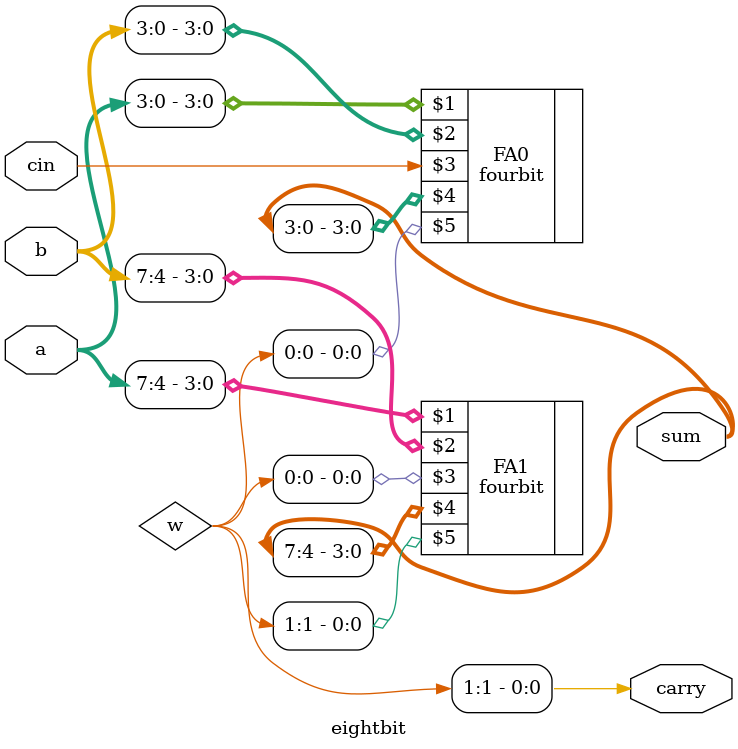
<source format=v>
`include "4bitadder.v"
module eightbit(a,b,cin,sum,carry);
input [7:0] a,b;
input cin;
output [7:0] sum;
output carry;
wire [1:0] w;
fourbit FA0(a[3:0],b[3:0],cin,sum[3:0],w[0]);
fourbit FA1(a[7:4],b[7:4],w[0],sum[7:4],w[1]);
assign carry=w[1];
endmodule

</source>
